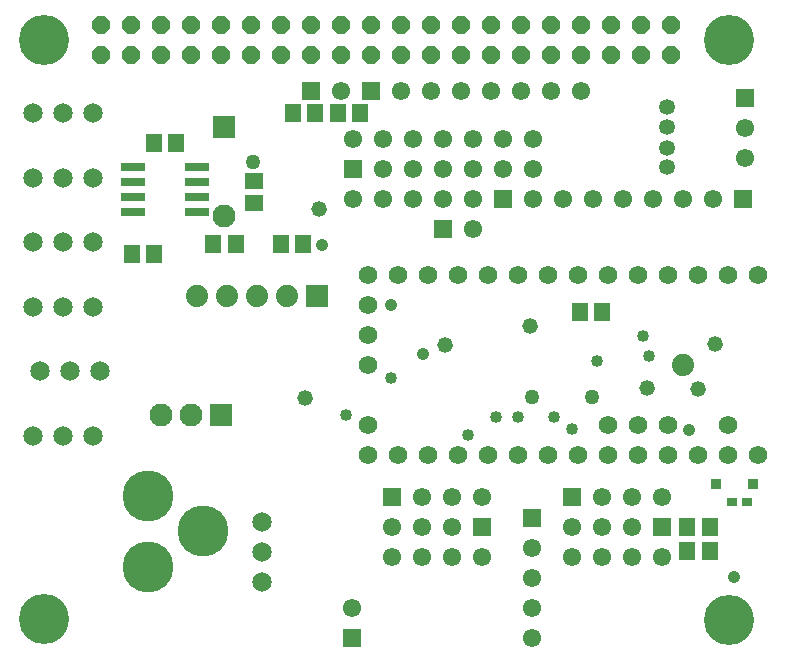
<source format=gbs>
G04 DipTrace 3.0.0.2*
G04 TeensyArbotixProRPIV0.2a.gbs*
%MOIN*%
G04 #@! TF.FileFunction,Soldermask,Bot*
G04 #@! TF.Part,Single*
%AMOUTLINE0*5,1,8,0,0,0.065199,-22.499571*%
%ADD13C,0.04*%
%ADD17C,0.05*%
%ADD37R,0.035433X0.037402*%
%ADD38C,0.17*%
%ADD40C,0.065199*%
%ADD42C,0.05315*%
%ADD48C,0.074*%
%ADD49C,0.074*%
%ADD54C,0.06194*%
%ADD56R,0.074X0.074*%
%ADD65C,0.167*%
%ADD67C,0.042*%
%ADD69C,0.052*%
%ADD73R,0.08074X0.025622*%
%ADD83R,0.037433X0.029559*%
%ADD87C,0.076803*%
%ADD89R,0.076803X0.076803*%
%ADD101C,0.061055*%
%ADD103R,0.061055X0.061055*%
%ADD107R,0.061055X0.053181*%
%ADD113R,0.053181X0.061055*%
%ADD119OUTLINE0*%
%FSLAX26Y26*%
G04*
G70*
G90*
G75*
G01*
G04 BotMask*
%LPD*%
D69*
X1403701Y1268701D3*
D67*
X1688701Y1579654D3*
X1458701Y1778701D3*
D69*
X1448701Y1898701D3*
X2767962Y1449784D3*
X2153311Y1509340D3*
X1868701Y1445033D3*
X2542903Y1301484D3*
X2767962Y1449784D3*
X2713180Y1299029D3*
X2767962Y1449784D3*
D67*
X2681974Y1162998D3*
X2833701Y673701D3*
X1796347Y1416731D3*
D65*
X2814961Y528402D3*
X531496Y531496D3*
Y2460630D3*
X2814961D3*
D13*
X1690146Y1336911D3*
X1538701Y1213701D3*
X2376032Y1393191D3*
D17*
X2357454Y1273147D3*
X2159593Y1273819D3*
X1228986Y2054824D3*
D13*
X2038701Y1205033D3*
X2293701Y1165033D3*
X1945109Y1144065D3*
X2549327Y1408180D3*
X2528701Y1475033D3*
X2233701Y1205033D3*
X2113701D3*
D113*
X1321299Y1783701D3*
X1396103D3*
D107*
X1233701Y1993701D3*
Y1918898D3*
D113*
X898701Y1748701D3*
X823898D3*
D103*
X1993701Y838701D3*
D101*
Y738701D3*
X1893701Y838701D3*
Y738701D3*
X1793701Y838701D3*
Y738701D3*
X1693701Y838701D3*
Y738701D3*
D103*
Y938701D3*
D101*
X1793701D3*
X1893701D3*
X1993701D3*
D103*
X2593701Y838701D3*
D101*
Y738701D3*
X2493701Y838701D3*
Y738701D3*
X2393701Y838701D3*
Y738701D3*
X2293701Y838701D3*
Y738701D3*
D103*
Y938701D3*
D101*
X2393701D3*
X2493701D3*
X2593701D3*
D103*
X1563701Y2033701D3*
D101*
Y2133701D3*
X1663701Y2033701D3*
Y2133701D3*
X1763701Y2033701D3*
Y2133701D3*
X1863701Y2033701D3*
Y2133701D3*
X1963701Y2033701D3*
Y2133701D3*
X2063701Y2033701D3*
Y2133701D3*
X2163701Y2033701D3*
Y2133701D3*
D103*
X2868701Y2268701D3*
D101*
Y2168701D3*
Y2068701D3*
D103*
X2158701Y868701D3*
D101*
Y768701D3*
Y668701D3*
Y568701D3*
Y468701D3*
D37*
X2896054Y983324D3*
X2772038D3*
D38*
X878701Y943071D3*
Y706851D3*
X1063740Y824961D3*
D119*
X723229Y2410630D3*
Y2510630D3*
X823229Y2410630D3*
Y2510630D3*
X923229Y2410630D3*
Y2510630D3*
X1023229Y2410630D3*
Y2510630D3*
X1123229Y2410630D3*
Y2510630D3*
X1223229Y2410630D3*
Y2510630D3*
X1323229Y2410630D3*
Y2510630D3*
X1423229Y2410630D3*
Y2510630D3*
X1523229Y2410630D3*
Y2510630D3*
X1623229Y2410630D3*
Y2510630D3*
X1723229Y2410630D3*
Y2510630D3*
X1823229Y2410630D3*
Y2510630D3*
X1923229Y2410630D3*
Y2510630D3*
X2023229Y2410630D3*
Y2510630D3*
X2123229Y2410630D3*
Y2510630D3*
X2223229Y2410630D3*
Y2510630D3*
X2323229Y2410630D3*
Y2510630D3*
X2423229Y2410630D3*
Y2510630D3*
X2523229Y2410630D3*
Y2510630D3*
X2623229Y2410630D3*
Y2510630D3*
D103*
X1558701Y468701D3*
D101*
Y568701D3*
D40*
X496858Y2003701D3*
X596858D3*
X696858D3*
X496858Y1788701D3*
X596858D3*
X696858D3*
X496858Y1573701D3*
X596858D3*
X696858D3*
X518701Y1358701D3*
X618701D3*
X718701D3*
X496858Y1143701D3*
X596858D3*
X696858D3*
X496858Y2218701D3*
X596858D3*
X696858D3*
X1259574Y655848D3*
Y755848D3*
Y855848D3*
D103*
X2863701Y1933701D3*
D101*
X2763701D3*
X2663701D3*
X2563701D3*
X2463701D3*
X2363701D3*
X2263701D3*
X2163701D3*
D103*
X2063701D3*
D101*
X1963701D3*
X1863701D3*
X1763701D3*
X1663701D3*
X1563701D3*
D103*
X1423701Y2293701D3*
D101*
X1523701D3*
D103*
X1623701D3*
D101*
X1723701D3*
X1823701D3*
X1923701D3*
X2023701D3*
X2123701D3*
X2223701D3*
X2323701D3*
D103*
X1863701Y1833701D3*
D101*
X1963701D3*
D42*
X2608701Y2238701D3*
Y2173701D3*
Y2103701D3*
Y2038701D3*
D89*
X1122963Y1211487D3*
D87*
X1022963D3*
X922963D3*
D83*
X2875649Y921436D3*
X2824467D3*
D113*
X2751103Y758701D3*
X2676299D3*
X1511299Y2218701D3*
X1586103D3*
X1436103D3*
X1361299D3*
X2751103Y838701D3*
X2676299D3*
X2393504Y1555033D3*
X2318701D3*
X1171103Y1783701D3*
X1096299D3*
X898701Y2118701D3*
X973504D3*
D48*
X2663404Y1380033D3*
D49*
D3*
D89*
X1133701Y2173307D3*
D87*
Y1874095D3*
D54*
X2913404Y1680033D3*
X2813404D3*
X2713404D3*
X2613404D3*
X2513404D3*
X2413404D3*
X2313404D3*
X2213404D3*
X2113404D3*
X2013404D3*
X1913404D3*
X1813404D3*
X1713404D3*
X1613404D3*
Y1380033D3*
Y1480033D3*
Y1580033D3*
Y1180033D3*
Y1080033D3*
X1713404D3*
X1813404D3*
X1913404D3*
X2013404D3*
X2113404D3*
X2213404D3*
X2313404D3*
X2413404D3*
X2513404D3*
X2613404D3*
X2713404D3*
X2813404D3*
X2913404D3*
X2813404Y1180033D3*
X2613404D3*
X2513404D3*
X2413404D3*
D73*
X828701Y1888701D3*
Y1938701D3*
Y1988701D3*
Y2038701D3*
X1041299D3*
Y1988701D3*
Y1938701D3*
Y1888701D3*
D56*
X1443335Y1607704D3*
D49*
X1343335D3*
X1243335D3*
X1043335D3*
X1143335D3*
M02*

</source>
